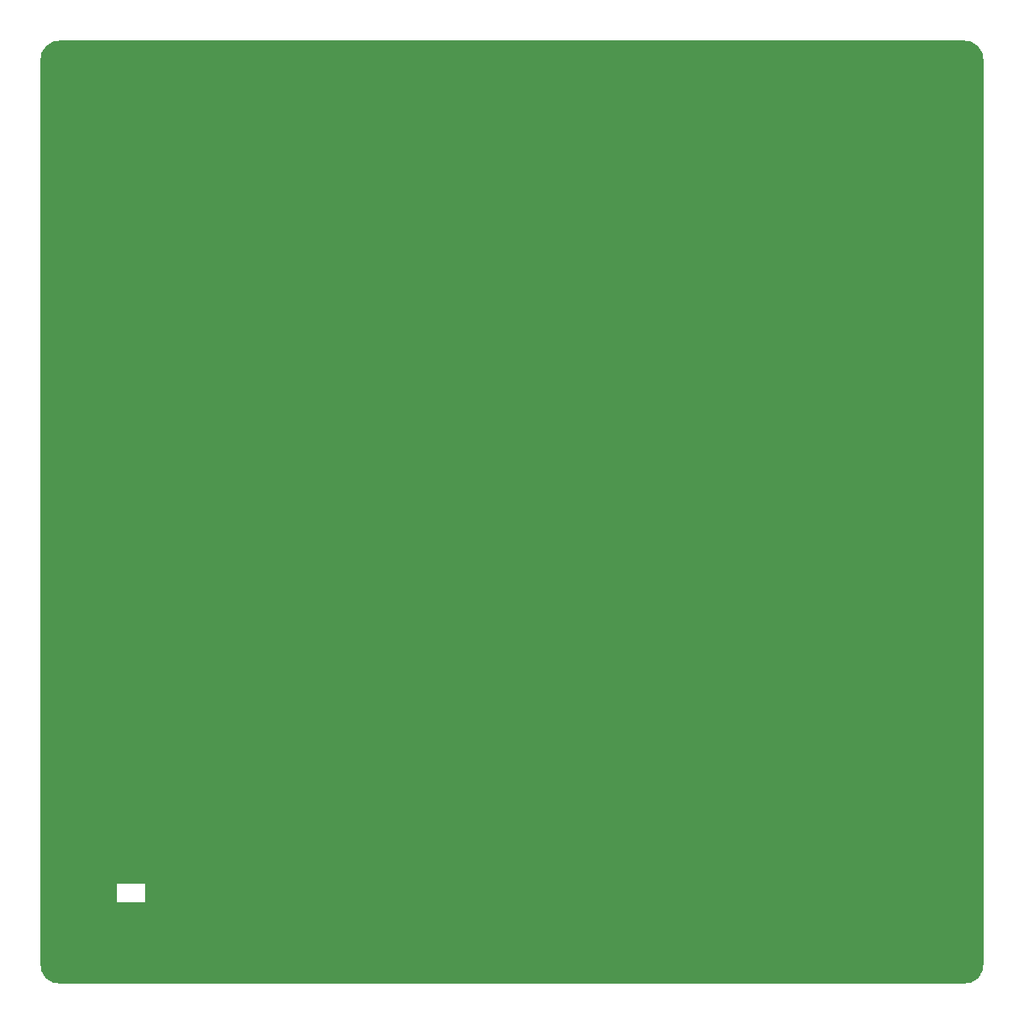
<source format=gbr>
%TF.GenerationSoftware,KiCad,Pcbnew,6.0.1-79c1e3a40b~116~ubuntu20.04.1*%
%TF.CreationDate,2022-01-27T21:08:30+01:00*%
%TF.ProjectId,base,62617365-2e6b-4696-9361-645f70636258,1*%
%TF.SameCoordinates,Original*%
%TF.FileFunction,Soldermask,Bot*%
%TF.FilePolarity,Negative*%
%FSLAX46Y46*%
G04 Gerber Fmt 4.6, Leading zero omitted, Abs format (unit mm)*
G04 Created by KiCad (PCBNEW 6.0.1-79c1e3a40b~116~ubuntu20.04.1) date 2022-01-27 21:08:30*
%MOMM*%
%LPD*%
G01*
G04 APERTURE LIST*
%ADD10C,3.400000*%
G04 APERTURE END LIST*
D10*
%TO.C,REF\u002A\u002A*%
X124000000Y-129000000D03*
%TD*%
%TO.C,REF\u002A\u002A*%
X154000000Y-134000000D03*
%TD*%
%TO.C,REF\u002A\u002A*%
X104000000Y-99000000D03*
%TD*%
%TO.C,REF\u002A\u002A*%
X169000000Y-74000000D03*
%TD*%
%TO.C,REF\u002A\u002A*%
X99000000Y-64000000D03*
%TD*%
%TO.C,REF\u002A\u002A*%
X104000000Y-144000000D03*
%TD*%
%TO.C,REF\u002A\u002A*%
X144000000Y-84000000D03*
%TD*%
%TO.C,REF\u002A\u002A*%
X134000000Y-84000000D03*
%TD*%
%TO.C,REF\u002A\u002A*%
X154000000Y-84000000D03*
%TD*%
%TO.C,REF\u002A\u002A*%
X179000000Y-134000000D03*
%TD*%
%TO.C,REF\u002A\u002A*%
X194000000Y-144000000D03*
%TD*%
%TO.C,REF\u002A\u002A*%
X169000000Y-54000000D03*
%TD*%
%TO.C,REF\u002A\u002A*%
X119000000Y-114000000D03*
%TD*%
%TO.C,REF\u002A\u002A*%
X99000000Y-124000000D03*
%TD*%
%TO.C,REF\u002A\u002A*%
X189000000Y-64000000D03*
%TD*%
%TO.C,REF\u002A\u002A*%
X134000000Y-79000000D03*
%TD*%
%TO.C,REF\u002A\u002A*%
X184000000Y-104000000D03*
%TD*%
%TO.C,REF\u002A\u002A*%
X99000000Y-144000000D03*
%TD*%
%TO.C,REF\u002A\u002A*%
X99000000Y-74000000D03*
%TD*%
%TO.C,REF\u002A\u002A*%
X144000000Y-59000000D03*
%TD*%
%TO.C,REF\u002A\u002A*%
X194000000Y-124000000D03*
%TD*%
%TO.C,REF\u002A\u002A*%
X184000000Y-99000000D03*
%TD*%
%TO.C,REF\u002A\u002A*%
X124000000Y-59000000D03*
%TD*%
%TO.C,REF\u002A\u002A*%
X149000000Y-54000000D03*
%TD*%
%TO.C,REF\u002A\u002A*%
X139000000Y-94000000D03*
%TD*%
%TO.C,REF\u002A\u002A*%
X129000000Y-89000000D03*
%TD*%
%TO.C,REF\u002A\u002A*%
X179000000Y-99000000D03*
%TD*%
%TO.C,REF\u002A\u002A*%
X104000000Y-94000000D03*
%TD*%
%TO.C,REF\u002A\u002A*%
X189000000Y-124000000D03*
%TD*%
%TO.C,REF\u002A\u002A*%
X174000000Y-144000000D03*
%TD*%
%TO.C,REF\u002A\u002A*%
X159000000Y-84000000D03*
%TD*%
%TO.C,REF\u002A\u002A*%
X149000000Y-49000000D03*
%TD*%
%TO.C,REF\u002A\u002A*%
X144000000Y-119000000D03*
%TD*%
%TO.C,REF\u002A\u002A*%
X184000000Y-139000000D03*
%TD*%
%TO.C,REF\u002A\u002A*%
X164000000Y-104000000D03*
%TD*%
%TO.C,REF\u002A\u002A*%
X99000000Y-49000000D03*
%TD*%
%TO.C,REF\u002A\u002A*%
X109000000Y-89000000D03*
%TD*%
%TO.C,REF\u002A\u002A*%
X189000000Y-89000000D03*
%TD*%
%TO.C,REF\u002A\u002A*%
X164000000Y-94000000D03*
%TD*%
%TO.C,REF\u002A\u002A*%
X154000000Y-109000000D03*
%TD*%
%TO.C,REF\u002A\u002A*%
X134000000Y-89000000D03*
%TD*%
%TO.C,REF\u002A\u002A*%
X144000000Y-74000000D03*
%TD*%
%TO.C,REF\u002A\u002A*%
X144000000Y-54000000D03*
%TD*%
%TO.C,REF\u002A\u002A*%
X114000000Y-129000000D03*
%TD*%
%TO.C,REF\u002A\u002A*%
X124000000Y-134000000D03*
%TD*%
%TO.C,REF\u002A\u002A*%
X139000000Y-134000000D03*
%TD*%
%TO.C,REF\u002A\u002A*%
X169000000Y-124000000D03*
%TD*%
%TO.C,REF\u002A\u002A*%
X134000000Y-114000000D03*
%TD*%
%TO.C,REF\u002A\u002A*%
X99000000Y-129000000D03*
%TD*%
%TO.C,REF\u002A\u002A*%
X139000000Y-129000000D03*
%TD*%
%TO.C,REF\u002A\u002A*%
X104000000Y-79000000D03*
%TD*%
%TO.C,REF\u002A\u002A*%
X189000000Y-74000000D03*
%TD*%
%TO.C,REF\u002A\u002A*%
X189000000Y-139000000D03*
%TD*%
%TO.C,REF\u002A\u002A*%
X104000000Y-74000000D03*
%TD*%
%TO.C,REF\u002A\u002A*%
X109000000Y-64000000D03*
%TD*%
%TO.C,REF\u002A\u002A*%
X184000000Y-79000000D03*
%TD*%
%TO.C,REF\u002A\u002A*%
X99000000Y-54000000D03*
%TD*%
%TO.C,REF\u002A\u002A*%
X124000000Y-124000000D03*
%TD*%
%TO.C,REF\u002A\u002A*%
X104000000Y-69000000D03*
%TD*%
%TO.C,REF\u002A\u002A*%
X179000000Y-94000000D03*
%TD*%
%TO.C,REF\u002A\u002A*%
X174000000Y-134000000D03*
%TD*%
%TO.C,REF\u002A\u002A*%
X154000000Y-79000000D03*
%TD*%
%TO.C,REF\u002A\u002A*%
X194000000Y-64000000D03*
%TD*%
%TO.C,REF\u002A\u002A*%
X174000000Y-129000000D03*
%TD*%
%TO.C,REF\u002A\u002A*%
X184000000Y-69000000D03*
%TD*%
%TO.C,REF\u002A\u002A*%
X109000000Y-49000000D03*
%TD*%
%TO.C,REF\u002A\u002A*%
X134000000Y-74000000D03*
%TD*%
%TO.C,REF\u002A\u002A*%
X134000000Y-109000000D03*
%TD*%
%TO.C,REF\u002A\u002A*%
X124000000Y-99000000D03*
%TD*%
%TO.C,REF\u002A\u002A*%
X134000000Y-129000000D03*
%TD*%
%TO.C,REF\u002A\u002A*%
X119000000Y-59000000D03*
%TD*%
%TO.C,REF\u002A\u002A*%
X129000000Y-129000000D03*
%TD*%
%TO.C,REF\u002A\u002A*%
X149000000Y-119000000D03*
%TD*%
%TO.C,REF\u002A\u002A*%
X184000000Y-94000000D03*
%TD*%
%TO.C,REF\u002A\u002A*%
X124000000Y-104000000D03*
%TD*%
%TO.C,REF\u002A\u002A*%
X144000000Y-94000000D03*
%TD*%
%TO.C,REF\u002A\u002A*%
X154000000Y-119000000D03*
%TD*%
%TO.C,REF\u002A\u002A*%
X134000000Y-54000000D03*
%TD*%
%TO.C,REF\u002A\u002A*%
X144000000Y-124000000D03*
%TD*%
%TO.C,REF\u002A\u002A*%
X139000000Y-54000000D03*
%TD*%
%TO.C,REF\u002A\u002A*%
X139000000Y-99000000D03*
%TD*%
%TO.C,REF\u002A\u002A*%
X104000000Y-119000000D03*
%TD*%
%TO.C,REF\u002A\u002A*%
X154000000Y-69000000D03*
%TD*%
%TO.C,REF\u002A\u002A*%
X159000000Y-64000000D03*
%TD*%
%TO.C,REF\u002A\u002A*%
X124000000Y-79000000D03*
%TD*%
%TO.C,REF\u002A\u002A*%
X104000000Y-84000000D03*
%TD*%
%TO.C,REF\u002A\u002A*%
X194000000Y-84000000D03*
%TD*%
%TO.C,REF\u002A\u002A*%
X189000000Y-119000000D03*
%TD*%
%TO.C,REF\u002A\u002A*%
X129000000Y-119000000D03*
%TD*%
%TO.C,REF\u002A\u002A*%
X109000000Y-129000000D03*
%TD*%
%TO.C,REF\u002A\u002A*%
X139000000Y-84000000D03*
%TD*%
%TO.C,REF\u002A\u002A*%
X174000000Y-69000000D03*
%TD*%
%TO.C,REF\u002A\u002A*%
X164000000Y-59000000D03*
%TD*%
%TO.C,REF\u002A\u002A*%
X149000000Y-144000000D03*
%TD*%
%TO.C,REF\u002A\u002A*%
X109000000Y-69000000D03*
%TD*%
%TO.C,REF\u002A\u002A*%
X149000000Y-124000000D03*
%TD*%
%TO.C,REF\u002A\u002A*%
X184000000Y-109000000D03*
%TD*%
%TO.C,REF\u002A\u002A*%
X189000000Y-144000000D03*
%TD*%
%TO.C,REF\u002A\u002A*%
X184000000Y-49000000D03*
%TD*%
%TO.C,REF\u002A\u002A*%
X194000000Y-74000000D03*
%TD*%
%TO.C,REF\u002A\u002A*%
X134000000Y-119000000D03*
%TD*%
%TO.C,REF\u002A\u002A*%
X149000000Y-79000000D03*
%TD*%
%TO.C,REF\u002A\u002A*%
X179000000Y-104000000D03*
%TD*%
%TO.C,REF\u002A\u002A*%
X174000000Y-139000000D03*
%TD*%
%TO.C,REF\u002A\u002A*%
X189000000Y-94000000D03*
%TD*%
%TO.C,REF\u002A\u002A*%
X184000000Y-64000000D03*
%TD*%
%TO.C,REF\u002A\u002A*%
X194000000Y-109000000D03*
%TD*%
%TO.C,REF\u002A\u002A*%
X119000000Y-99000000D03*
%TD*%
%TO.C,REF\u002A\u002A*%
X159000000Y-129000000D03*
%TD*%
%TO.C,REF\u002A\u002A*%
X184000000Y-84000000D03*
%TD*%
%TO.C,REF\u002A\u002A*%
X189000000Y-134000000D03*
%TD*%
%TO.C,REF\u002A\u002A*%
X144000000Y-114000000D03*
%TD*%
%TO.C,REF\u002A\u002A*%
X174000000Y-64000000D03*
%TD*%
%TO.C,REF\u002A\u002A*%
X144000000Y-64000000D03*
%TD*%
%TO.C,REF\u002A\u002A*%
X164000000Y-114000000D03*
%TD*%
%TO.C,REF\u002A\u002A*%
X114000000Y-104000000D03*
%TD*%
%TO.C,REF\u002A\u002A*%
X189000000Y-99000000D03*
%TD*%
%TO.C,REF\u002A\u002A*%
X159000000Y-59000000D03*
%TD*%
%TO.C,REF\u002A\u002A*%
X139000000Y-89000000D03*
%TD*%
%TO.C,REF\u002A\u002A*%
X104000000Y-124000000D03*
%TD*%
%TO.C,REF\u002A\u002A*%
X99000000Y-139000000D03*
%TD*%
%TO.C,REF\u002A\u002A*%
X104000000Y-49000000D03*
%TD*%
%TO.C,REF\u002A\u002A*%
X149000000Y-89000000D03*
%TD*%
%TO.C,REF\u002A\u002A*%
X159000000Y-124000000D03*
%TD*%
%TO.C,REF\u002A\u002A*%
X139000000Y-139000000D03*
%TD*%
%TO.C,REF\u002A\u002A*%
X169000000Y-89000000D03*
%TD*%
%TO.C,REF\u002A\u002A*%
X159000000Y-139000000D03*
%TD*%
%TO.C,REF\u002A\u002A*%
X124000000Y-109000000D03*
%TD*%
%TO.C,REF\u002A\u002A*%
X134000000Y-69000000D03*
%TD*%
%TO.C,REF\u002A\u002A*%
X109000000Y-94000000D03*
%TD*%
%TO.C,REF\u002A\u002A*%
X169000000Y-109000000D03*
%TD*%
%TO.C,REF\u002A\u002A*%
X129000000Y-64000000D03*
%TD*%
%TO.C,REF\u002A\u002A*%
X139000000Y-144000000D03*
%TD*%
%TO.C,REF\u002A\u002A*%
X129000000Y-109000000D03*
%TD*%
%TO.C,REF\u002A\u002A*%
X99000000Y-89000000D03*
%TD*%
%TO.C,REF\u002A\u002A*%
X119000000Y-124000000D03*
%TD*%
%TO.C,REF\u002A\u002A*%
X149000000Y-134000000D03*
%TD*%
%TO.C,REF\u002A\u002A*%
X179000000Y-109000000D03*
%TD*%
%TO.C,REF\u002A\u002A*%
X169000000Y-144000000D03*
%TD*%
%TO.C,REF\u002A\u002A*%
X184000000Y-124000000D03*
%TD*%
%TO.C,REF\u002A\u002A*%
X144000000Y-144000000D03*
%TD*%
%TO.C,REF\u002A\u002A*%
X149000000Y-69000000D03*
%TD*%
%TO.C,REF\u002A\u002A*%
X174000000Y-59000000D03*
%TD*%
%TO.C,REF\u002A\u002A*%
X169000000Y-99000000D03*
%TD*%
%TO.C,REF\u002A\u002A*%
X119000000Y-129000000D03*
%TD*%
%TO.C,REF\u002A\u002A*%
X119000000Y-94000000D03*
%TD*%
%TO.C,REF\u002A\u002A*%
X149000000Y-84000000D03*
%TD*%
%TO.C,REF\u002A\u002A*%
X139000000Y-59000000D03*
%TD*%
%TO.C,REF\u002A\u002A*%
X179000000Y-49000000D03*
%TD*%
%TO.C,REF\u002A\u002A*%
X184000000Y-129000000D03*
%TD*%
%TO.C,REF\u002A\u002A*%
X144000000Y-79000000D03*
%TD*%
%TO.C,REF\u002A\u002A*%
X119000000Y-144000000D03*
%TD*%
%TO.C,REF\u002A\u002A*%
X124000000Y-89000000D03*
%TD*%
%TO.C,REF\u002A\u002A*%
X154000000Y-49000000D03*
%TD*%
%TO.C,REF\u002A\u002A*%
X154000000Y-99000000D03*
%TD*%
%TO.C,REF\u002A\u002A*%
X144000000Y-139000000D03*
%TD*%
%TO.C,REF\u002A\u002A*%
X164000000Y-69000000D03*
%TD*%
%TO.C,REF\u002A\u002A*%
X119000000Y-49000000D03*
%TD*%
%TO.C,REF\u002A\u002A*%
X124000000Y-74000000D03*
%TD*%
%TO.C,REF\u002A\u002A*%
X154000000Y-139000000D03*
%TD*%
%TO.C,REF\u002A\u002A*%
X194000000Y-104000000D03*
%TD*%
%TO.C,REF\u002A\u002A*%
X114000000Y-109000000D03*
%TD*%
%TO.C,REF\u002A\u002A*%
X109000000Y-124000000D03*
%TD*%
%TO.C,REF\u002A\u002A*%
X109000000Y-104000000D03*
%TD*%
%TO.C,REF\u002A\u002A*%
X154000000Y-59000000D03*
%TD*%
%TO.C,REF\u002A\u002A*%
X119000000Y-109000000D03*
%TD*%
%TO.C,REF\u002A\u002A*%
X184000000Y-89000000D03*
%TD*%
%TO.C,REF\u002A\u002A*%
X159000000Y-94000000D03*
%TD*%
%TO.C,REF\u002A\u002A*%
X189000000Y-79000000D03*
%TD*%
%TO.C,REF\u002A\u002A*%
X114000000Y-134000000D03*
%TD*%
%TO.C,REF\u002A\u002A*%
X169000000Y-134000000D03*
%TD*%
%TO.C,REF\u002A\u002A*%
X139000000Y-124000000D03*
%TD*%
%TO.C,REF\u002A\u002A*%
X114000000Y-74000000D03*
%TD*%
%TO.C,REF\u002A\u002A*%
X119000000Y-84000000D03*
%TD*%
%TO.C,REF\u002A\u002A*%
X179000000Y-129000000D03*
%TD*%
%TO.C,REF\u002A\u002A*%
X99000000Y-84000000D03*
%TD*%
%TO.C,REF\u002A\u002A*%
X194000000Y-99000000D03*
%TD*%
%TO.C,REF\u002A\u002A*%
X174000000Y-119000000D03*
%TD*%
%TO.C,REF\u002A\u002A*%
X189000000Y-49000000D03*
%TD*%
%TO.C,REF\u002A\u002A*%
X169000000Y-69000000D03*
%TD*%
%TO.C,REF\u002A\u002A*%
X164000000Y-89000000D03*
%TD*%
%TO.C,REF\u002A\u002A*%
X184000000Y-74000000D03*
%TD*%
%TO.C,REF\u002A\u002A*%
X139000000Y-114000000D03*
%TD*%
%TO.C,REF\u002A\u002A*%
X149000000Y-104000000D03*
%TD*%
%TO.C,REF\u002A\u002A*%
X169000000Y-114000000D03*
%TD*%
%TO.C,REF\u002A\u002A*%
X109000000Y-79000000D03*
%TD*%
%TO.C,REF\u002A\u002A*%
X159000000Y-144000000D03*
%TD*%
%TO.C,REF\u002A\u002A*%
X159000000Y-119000000D03*
%TD*%
%TO.C,REF\u002A\u002A*%
X194000000Y-119000000D03*
%TD*%
%TO.C,REF\u002A\u002A*%
X109000000Y-144000000D03*
%TD*%
%TO.C,REF\u002A\u002A*%
X99000000Y-119000000D03*
%TD*%
%TO.C,REF\u002A\u002A*%
X164000000Y-99000000D03*
%TD*%
%TO.C,REF\u002A\u002A*%
X119000000Y-74000000D03*
%TD*%
%TO.C,REF\u002A\u002A*%
X179000000Y-69000000D03*
%TD*%
%TO.C,REF\u002A\u002A*%
X174000000Y-94000000D03*
%TD*%
%TO.C,REF\u002A\u002A*%
X164000000Y-119000000D03*
%TD*%
%TO.C,REF\u002A\u002A*%
X159000000Y-69000000D03*
%TD*%
%TO.C,REF\u002A\u002A*%
X134000000Y-99000000D03*
%TD*%
%TO.C,REF\u002A\u002A*%
X114000000Y-119000000D03*
%TD*%
%TO.C,REF\u002A\u002A*%
X114000000Y-124000000D03*
%TD*%
%TO.C,REF\u002A\u002A*%
X169000000Y-64000000D03*
%TD*%
%TO.C,REF\u002A\u002A*%
X174000000Y-84000000D03*
%TD*%
%TO.C,REF\u002A\u002A*%
X164000000Y-64000000D03*
%TD*%
%TO.C,REF\u002A\u002A*%
X104000000Y-104000000D03*
%TD*%
%TO.C,REF\u002A\u002A*%
X194000000Y-94000000D03*
%TD*%
%TO.C,REF\u002A\u002A*%
X184000000Y-54000000D03*
%TD*%
%TO.C,REF\u002A\u002A*%
X99000000Y-134000000D03*
%TD*%
%TO.C,REF\u002A\u002A*%
X174000000Y-104000000D03*
%TD*%
%TO.C,REF\u002A\u002A*%
X194000000Y-69000000D03*
%TD*%
%TO.C,REF\u002A\u002A*%
X114000000Y-59000000D03*
%TD*%
%TO.C,REF\u002A\u002A*%
X164000000Y-54000000D03*
%TD*%
%TO.C,REF\u002A\u002A*%
X174000000Y-54000000D03*
%TD*%
%TO.C,REF\u002A\u002A*%
X109000000Y-74000000D03*
%TD*%
%TO.C,REF\u002A\u002A*%
X159000000Y-104000000D03*
%TD*%
%TO.C,REF\u002A\u002A*%
X109000000Y-114000000D03*
%TD*%
%TO.C,REF\u002A\u002A*%
X109000000Y-59000000D03*
%TD*%
%TO.C,REF\u002A\u002A*%
X184000000Y-134000000D03*
%TD*%
%TO.C,REF\u002A\u002A*%
X134000000Y-49000000D03*
%TD*%
%TO.C,REF\u002A\u002A*%
X149000000Y-74000000D03*
%TD*%
%TO.C,REF\u002A\u002A*%
X124000000Y-94000000D03*
%TD*%
%TO.C,REF\u002A\u002A*%
X119000000Y-134000000D03*
%TD*%
%TO.C,REF\u002A\u002A*%
X149000000Y-139000000D03*
%TD*%
%TO.C,REF\u002A\u002A*%
X179000000Y-79000000D03*
%TD*%
%TO.C,REF\u002A\u002A*%
X179000000Y-54000000D03*
%TD*%
%TO.C,REF\u002A\u002A*%
X194000000Y-54000000D03*
%TD*%
%TO.C,REF\u002A\u002A*%
X129000000Y-74000000D03*
%TD*%
%TO.C,REF\u002A\u002A*%
X189000000Y-104000000D03*
%TD*%
%TO.C,REF\u002A\u002A*%
X159000000Y-79000000D03*
%TD*%
%TO.C,REF\u002A\u002A*%
X164000000Y-124000000D03*
%TD*%
%TO.C,REF\u002A\u002A*%
X194000000Y-134000000D03*
%TD*%
%TO.C,REF\u002A\u002A*%
X179000000Y-119000000D03*
%TD*%
%TO.C,REF\u002A\u002A*%
X169000000Y-94000000D03*
%TD*%
%TO.C,REF\u002A\u002A*%
X104000000Y-54000000D03*
%TD*%
%TO.C,REF\u002A\u002A*%
X134000000Y-94000000D03*
%TD*%
%TO.C,REF\u002A\u002A*%
X159000000Y-109000000D03*
%TD*%
%TO.C,REF\u002A\u002A*%
X124000000Y-84000000D03*
%TD*%
%TO.C,REF\u002A\u002A*%
X119000000Y-104000000D03*
%TD*%
%TO.C,REF\u002A\u002A*%
X114000000Y-89000000D03*
%TD*%
%TO.C,REF\u002A\u002A*%
X144000000Y-89000000D03*
%TD*%
%TO.C,REF\u002A\u002A*%
X134000000Y-59000000D03*
%TD*%
%TO.C,REF\u002A\u002A*%
X184000000Y-114000000D03*
%TD*%
%TO.C,REF\u002A\u002A*%
X174000000Y-79000000D03*
%TD*%
%TO.C,REF\u002A\u002A*%
X179000000Y-124000000D03*
%TD*%
%TO.C,REF\u002A\u002A*%
X144000000Y-69000000D03*
%TD*%
%TO.C,REF\u002A\u002A*%
X144000000Y-134000000D03*
%TD*%
%TO.C,REF\u002A\u002A*%
X159000000Y-114000000D03*
%TD*%
%TO.C,REF\u002A\u002A*%
X174000000Y-124000000D03*
%TD*%
%TO.C,REF\u002A\u002A*%
X134000000Y-124000000D03*
%TD*%
%TO.C,REF\u002A\u002A*%
X184000000Y-144000000D03*
%TD*%
%TO.C,REF\u002A\u002A*%
X194000000Y-114000000D03*
%TD*%
%TO.C,REF\u002A\u002A*%
X119000000Y-89000000D03*
%TD*%
%TO.C,REF\u002A\u002A*%
X169000000Y-104000000D03*
%TD*%
%TO.C,REF\u002A\u002A*%
X124000000Y-54000000D03*
%TD*%
%TO.C,REF\u002A\u002A*%
X154000000Y-104000000D03*
%TD*%
%TO.C,REF\u002A\u002A*%
X179000000Y-114000000D03*
%TD*%
%TO.C,REF\u002A\u002A*%
X124000000Y-69000000D03*
%TD*%
%TO.C,REF\u002A\u002A*%
X129000000Y-59000000D03*
%TD*%
%TO.C,REF\u002A\u002A*%
X194000000Y-129000000D03*
%TD*%
%TO.C,REF\u002A\u002A*%
X119000000Y-139000000D03*
%TD*%
%TO.C,REF\u002A\u002A*%
X154000000Y-129000000D03*
%TD*%
%TO.C,REF\u002A\u002A*%
X194000000Y-89000000D03*
%TD*%
%TO.C,REF\u002A\u002A*%
X114000000Y-54000000D03*
%TD*%
%TO.C,REF\u002A\u002A*%
X174000000Y-74000000D03*
%TD*%
%TO.C,REF\u002A\u002A*%
X119000000Y-119000000D03*
%TD*%
%TO.C,REF\u002A\u002A*%
X174000000Y-109000000D03*
%TD*%
%TO.C,REF\u002A\u002A*%
X104000000Y-64000000D03*
%TD*%
%TO.C,REF\u002A\u002A*%
X104000000Y-129000000D03*
%TD*%
%TO.C,REF\u002A\u002A*%
X119000000Y-79000000D03*
%TD*%
%TO.C,REF\u002A\u002A*%
X194000000Y-59000000D03*
%TD*%
%TO.C,REF\u002A\u002A*%
X159000000Y-89000000D03*
%TD*%
%TO.C,REF\u002A\u002A*%
X154000000Y-114000000D03*
%TD*%
%TO.C,REF\u002A\u002A*%
X169000000Y-129000000D03*
%TD*%
%TO.C,REF\u002A\u002A*%
X159000000Y-99000000D03*
%TD*%
%TO.C,REF\u002A\u002A*%
X114000000Y-49000000D03*
%TD*%
%TO.C,REF\u002A\u002A*%
X174000000Y-49000000D03*
%TD*%
%TO.C,REF\u002A\u002A*%
X154000000Y-94000000D03*
%TD*%
%TO.C,REF\u002A\u002A*%
X169000000Y-119000000D03*
%TD*%
%TO.C,REF\u002A\u002A*%
X194000000Y-49000000D03*
%TD*%
%TO.C,REF\u002A\u002A*%
X129000000Y-54000000D03*
%TD*%
%TO.C,REF\u002A\u002A*%
X184000000Y-59000000D03*
%TD*%
%TO.C,REF\u002A\u002A*%
X179000000Y-74000000D03*
%TD*%
%TO.C,REF\u002A\u002A*%
X99000000Y-79000000D03*
%TD*%
%TO.C,REF\u002A\u002A*%
X114000000Y-139000000D03*
%TD*%
%TO.C,REF\u002A\u002A*%
X189000000Y-109000000D03*
%TD*%
%TO.C,REF\u002A\u002A*%
X114000000Y-84000000D03*
%TD*%
%TO.C,REF\u002A\u002A*%
X109000000Y-119000000D03*
%TD*%
%TO.C,REF\u002A\u002A*%
X104000000Y-109000000D03*
%TD*%
%TO.C,REF\u002A\u002A*%
X159000000Y-74000000D03*
%TD*%
%TO.C,REF\u002A\u002A*%
X129000000Y-114000000D03*
%TD*%
%TO.C,REF\u002A\u002A*%
X169000000Y-84000000D03*
%TD*%
%TO.C,REF\u002A\u002A*%
X174000000Y-99000000D03*
%TD*%
%TO.C,REF\u002A\u002A*%
X99000000Y-94000000D03*
%TD*%
%TO.C,REF\u002A\u002A*%
X154000000Y-144000000D03*
%TD*%
%TO.C,REF\u002A\u002A*%
X124000000Y-64000000D03*
%TD*%
%TO.C,REF\u002A\u002A*%
X144000000Y-109000000D03*
%TD*%
%TO.C,REF\u002A\u002A*%
X134000000Y-139000000D03*
%TD*%
%TO.C,REF\u002A\u002A*%
X129000000Y-104000000D03*
%TD*%
%TO.C,REF\u002A\u002A*%
X149000000Y-99000000D03*
%TD*%
%TO.C,REF\u002A\u002A*%
X119000000Y-64000000D03*
%TD*%
%TO.C,REF\u002A\u002A*%
X149000000Y-109000000D03*
%TD*%
%TO.C,REF\u002A\u002A*%
X169000000Y-59000000D03*
%TD*%
%TO.C,REF\u002A\u002A*%
X154000000Y-124000000D03*
%TD*%
%TO.C,REF\u002A\u002A*%
X99000000Y-99000000D03*
%TD*%
%TO.C,REF\u002A\u002A*%
X114000000Y-114000000D03*
%TD*%
%TO.C,REF\u002A\u002A*%
X114000000Y-144000000D03*
%TD*%
%TO.C,REF\u002A\u002A*%
X139000000Y-119000000D03*
%TD*%
%TO.C,REF\u002A\u002A*%
X129000000Y-49000000D03*
%TD*%
%TO.C,REF\u002A\u002A*%
X129000000Y-124000000D03*
%TD*%
%TO.C,REF\u002A\u002A*%
X134000000Y-104000000D03*
%TD*%
%TO.C,REF\u002A\u002A*%
X129000000Y-99000000D03*
%TD*%
%TO.C,REF\u002A\u002A*%
X129000000Y-94000000D03*
%TD*%
%TO.C,REF\u002A\u002A*%
X179000000Y-139000000D03*
%TD*%
%TO.C,REF\u002A\u002A*%
X99000000Y-69000000D03*
%TD*%
%TO.C,REF\u002A\u002A*%
X149000000Y-64000000D03*
%TD*%
%TO.C,REF\u002A\u002A*%
X164000000Y-129000000D03*
%TD*%
%TO.C,REF\u002A\u002A*%
X164000000Y-84000000D03*
%TD*%
%TO.C,REF\u002A\u002A*%
X149000000Y-59000000D03*
%TD*%
%TO.C,REF\u002A\u002A*%
X109000000Y-109000000D03*
%TD*%
%TO.C,REF\u002A\u002A*%
X189000000Y-54000000D03*
%TD*%
%TO.C,REF\u002A\u002A*%
X164000000Y-49000000D03*
%TD*%
%TO.C,REF\u002A\u002A*%
X174000000Y-114000000D03*
%TD*%
%TO.C,REF\u002A\u002A*%
X99000000Y-59000000D03*
%TD*%
%TO.C,REF\u002A\u002A*%
X124000000Y-49000000D03*
%TD*%
%TO.C,REF\u002A\u002A*%
X134000000Y-134000000D03*
%TD*%
%TO.C,REF\u002A\u002A*%
X149000000Y-114000000D03*
%TD*%
%TO.C,REF\u002A\u002A*%
X139000000Y-104000000D03*
%TD*%
%TO.C,REF\u002A\u002A*%
X114000000Y-99000000D03*
%TD*%
%TO.C,REF\u002A\u002A*%
X139000000Y-79000000D03*
%TD*%
%TO.C,REF\u002A\u002A*%
X99000000Y-109000000D03*
%TD*%
%TO.C,REF\u002A\u002A*%
X164000000Y-144000000D03*
%TD*%
%TO.C,REF\u002A\u002A*%
X154000000Y-54000000D03*
%TD*%
%TO.C,REF\u002A\u002A*%
X144000000Y-99000000D03*
%TD*%
%TO.C,REF\u002A\u002A*%
X154000000Y-64000000D03*
%TD*%
%TO.C,REF\u002A\u002A*%
X139000000Y-74000000D03*
%TD*%
%TO.C,REF\u002A\u002A*%
X124000000Y-139000000D03*
%TD*%
%TO.C,REF\u002A\u002A*%
X134000000Y-144000000D03*
%TD*%
%TO.C,REF\u002A\u002A*%
X124000000Y-114000000D03*
%TD*%
%TO.C,REF\u002A\u002A*%
X129000000Y-69000000D03*
%TD*%
%TO.C,REF\u002A\u002A*%
X114000000Y-94000000D03*
%TD*%
%TO.C,REF\u002A\u002A*%
X104000000Y-59000000D03*
%TD*%
%TO.C,REF\u002A\u002A*%
X119000000Y-54000000D03*
%TD*%
%TO.C,REF\u002A\u002A*%
X129000000Y-144000000D03*
%TD*%
%TO.C,REF\u002A\u002A*%
X169000000Y-139000000D03*
%TD*%
%TO.C,REF\u002A\u002A*%
X129000000Y-134000000D03*
%TD*%
%TO.C,REF\u002A\u002A*%
X99000000Y-104000000D03*
%TD*%
%TO.C,REF\u002A\u002A*%
X179000000Y-89000000D03*
%TD*%
%TO.C,REF\u002A\u002A*%
X104000000Y-114000000D03*
%TD*%
%TO.C,REF\u002A\u002A*%
X159000000Y-134000000D03*
%TD*%
%TO.C,REF\u002A\u002A*%
X104000000Y-89000000D03*
%TD*%
%TO.C,REF\u002A\u002A*%
X164000000Y-79000000D03*
%TD*%
%TO.C,REF\u002A\u002A*%
X109000000Y-99000000D03*
%TD*%
%TO.C,REF\u002A\u002A*%
X144000000Y-104000000D03*
%TD*%
%TO.C,REF\u002A\u002A*%
X164000000Y-109000000D03*
%TD*%
%TO.C,REF\u002A\u002A*%
X129000000Y-79000000D03*
%TD*%
%TO.C,REF\u002A\u002A*%
X114000000Y-69000000D03*
%TD*%
%TO.C,REF\u002A\u002A*%
X169000000Y-79000000D03*
%TD*%
%TO.C,REF\u002A\u002A*%
X139000000Y-64000000D03*
%TD*%
%TO.C,REF\u002A\u002A*%
X139000000Y-69000000D03*
%TD*%
%TO.C,REF\u002A\u002A*%
X164000000Y-139000000D03*
%TD*%
%TO.C,REF\u002A\u002A*%
X154000000Y-74000000D03*
%TD*%
%TO.C,REF\u002A\u002A*%
X189000000Y-59000000D03*
%TD*%
%TO.C,REF\u002A\u002A*%
X164000000Y-134000000D03*
%TD*%
%TO.C,REF\u002A\u002A*%
X149000000Y-94000000D03*
%TD*%
%TO.C,REF\u002A\u002A*%
X109000000Y-54000000D03*
%TD*%
%TO.C,REF\u002A\u002A*%
X144000000Y-129000000D03*
%TD*%
%TO.C,REF\u002A\u002A*%
X189000000Y-84000000D03*
%TD*%
%TO.C,REF\u002A\u002A*%
X184000000Y-119000000D03*
%TD*%
%TO.C,REF\u002A\u002A*%
X159000000Y-49000000D03*
%TD*%
%TO.C,REF\u002A\u002A*%
X174000000Y-89000000D03*
%TD*%
%TO.C,REF\u002A\u002A*%
X124000000Y-119000000D03*
%TD*%
%TO.C,REF\u002A\u002A*%
X179000000Y-144000000D03*
%TD*%
%TO.C,REF\u002A\u002A*%
X189000000Y-114000000D03*
%TD*%
%TO.C,REF\u002A\u002A*%
X134000000Y-64000000D03*
%TD*%
%TO.C,REF\u002A\u002A*%
X179000000Y-59000000D03*
%TD*%
%TO.C,REF\u002A\u002A*%
X114000000Y-64000000D03*
%TD*%
%TO.C,REF\u002A\u002A*%
X119000000Y-69000000D03*
%TD*%
%TO.C,REF\u002A\u002A*%
X149000000Y-129000000D03*
%TD*%
%TO.C,REF\u002A\u002A*%
X109000000Y-84000000D03*
%TD*%
%TO.C,REF\u002A\u002A*%
X139000000Y-109000000D03*
%TD*%
%TO.C,REF\u002A\u002A*%
X194000000Y-139000000D03*
%TD*%
%TO.C,REF\u002A\u002A*%
X114000000Y-79000000D03*
%TD*%
%TO.C,REF\u002A\u002A*%
X139000000Y-49000000D03*
%TD*%
%TO.C,REF\u002A\u002A*%
X164000000Y-74000000D03*
%TD*%
%TO.C,REF\u002A\u002A*%
X99000000Y-114000000D03*
%TD*%
%TO.C,REF\u002A\u002A*%
X189000000Y-69000000D03*
%TD*%
%TO.C,REF\u002A\u002A*%
X189000000Y-129000000D03*
%TD*%
%TO.C,REF\u002A\u002A*%
X129000000Y-84000000D03*
%TD*%
%TO.C,REF\u002A\u002A*%
X169000000Y-49000000D03*
%TD*%
%TO.C,REF\u002A\u002A*%
X154000000Y-89000000D03*
%TD*%
%TO.C,REF\u002A\u002A*%
X194000000Y-79000000D03*
%TD*%
%TO.C,REF\u002A\u002A*%
X129000000Y-139000000D03*
%TD*%
%TO.C,REF\u002A\u002A*%
X124000000Y-144000000D03*
%TD*%
%TO.C,REF\u002A\u002A*%
X144000000Y-49000000D03*
%TD*%
%TO.C,REF\u002A\u002A*%
X179000000Y-64000000D03*
%TD*%
%TO.C,REF\u002A\u002A*%
X159000000Y-54000000D03*
%TD*%
%TO.C,REF\u002A\u002A*%
X179000000Y-84000000D03*
%TD*%
G36*
X104942121Y-137266002D02*
G01*
X104988614Y-137319658D01*
X105000000Y-137372000D01*
X105000000Y-137481885D01*
X105004475Y-137497124D01*
X105005865Y-137498329D01*
X105013548Y-137500000D01*
X107981885Y-137500000D01*
X107997124Y-137495525D01*
X107998329Y-137494135D01*
X108000000Y-137486452D01*
X108000000Y-137372000D01*
X108020002Y-137303879D01*
X108073658Y-137257386D01*
X108126000Y-137246000D01*
X195874000Y-137246000D01*
X195942121Y-137266002D01*
X195988614Y-137319658D01*
X196000000Y-137372000D01*
X196000000Y-143995499D01*
X195999679Y-144004487D01*
X195980286Y-144275645D01*
X195977727Y-144293440D01*
X195920903Y-144554654D01*
X195915839Y-144571903D01*
X195822414Y-144822386D01*
X195814945Y-144838740D01*
X195686824Y-145073375D01*
X195677105Y-145088498D01*
X195516897Y-145302511D01*
X195505124Y-145316097D01*
X195316097Y-145505124D01*
X195302511Y-145516897D01*
X195088498Y-145677105D01*
X195073375Y-145686824D01*
X194838740Y-145814945D01*
X194822386Y-145822414D01*
X194571903Y-145915839D01*
X194554654Y-145920903D01*
X194293440Y-145977727D01*
X194275645Y-145980286D01*
X194004487Y-145999679D01*
X193995499Y-146000000D01*
X99004501Y-146000000D01*
X98995513Y-145999679D01*
X98724355Y-145980286D01*
X98706560Y-145977727D01*
X98445346Y-145920903D01*
X98428097Y-145915839D01*
X98177614Y-145822414D01*
X98161260Y-145814945D01*
X97926625Y-145686824D01*
X97911502Y-145677105D01*
X97697489Y-145516897D01*
X97683903Y-145505124D01*
X97494876Y-145316097D01*
X97483103Y-145302511D01*
X97322895Y-145088498D01*
X97313176Y-145073375D01*
X97185055Y-144838740D01*
X97177586Y-144822386D01*
X97084161Y-144571903D01*
X97079097Y-144554654D01*
X97022273Y-144293440D01*
X97019714Y-144275645D01*
X97000321Y-144004487D01*
X97000000Y-143995499D01*
X97000000Y-137372000D01*
X97020002Y-137303879D01*
X97073658Y-137257386D01*
X97126000Y-137246000D01*
X104874000Y-137246000D01*
X104942121Y-137266002D01*
G37*
G36*
X194004487Y-47000321D02*
G01*
X194275645Y-47019714D01*
X194293440Y-47022273D01*
X194554654Y-47079097D01*
X194571903Y-47084161D01*
X194822386Y-47177586D01*
X194838740Y-47185055D01*
X195073375Y-47313176D01*
X195088498Y-47322895D01*
X195302511Y-47483103D01*
X195316097Y-47494876D01*
X195505124Y-47683903D01*
X195516897Y-47697489D01*
X195677105Y-47911502D01*
X195686824Y-47926625D01*
X195814945Y-48161260D01*
X195822414Y-48177614D01*
X195915839Y-48428097D01*
X195920903Y-48445346D01*
X195977727Y-48706560D01*
X195980286Y-48724355D01*
X195999679Y-48995513D01*
X196000000Y-49004501D01*
X196000000Y-135628000D01*
X195979998Y-135696121D01*
X195926342Y-135742614D01*
X195874000Y-135754000D01*
X108126000Y-135754000D01*
X108057879Y-135733998D01*
X108011386Y-135680342D01*
X108000000Y-135628000D01*
X108000000Y-135518115D01*
X107995525Y-135502876D01*
X107994135Y-135501671D01*
X107986452Y-135500000D01*
X105018115Y-135500000D01*
X105002876Y-135504475D01*
X105001671Y-135505865D01*
X105000000Y-135513548D01*
X105000000Y-135628000D01*
X104979998Y-135696121D01*
X104926342Y-135742614D01*
X104874000Y-135754000D01*
X97126000Y-135754000D01*
X97057879Y-135733998D01*
X97011386Y-135680342D01*
X97000000Y-135628000D01*
X97000000Y-49004501D01*
X97000321Y-48995513D01*
X97019714Y-48724355D01*
X97022273Y-48706560D01*
X97079097Y-48445346D01*
X97084161Y-48428097D01*
X97177586Y-48177614D01*
X97185055Y-48161260D01*
X97313176Y-47926625D01*
X97322895Y-47911502D01*
X97483103Y-47697489D01*
X97494876Y-47683903D01*
X97683903Y-47494876D01*
X97697489Y-47483103D01*
X97911502Y-47322895D01*
X97926625Y-47313176D01*
X98161260Y-47185055D01*
X98177614Y-47177586D01*
X98428097Y-47084161D01*
X98445346Y-47079097D01*
X98706560Y-47022273D01*
X98724355Y-47019714D01*
X98995513Y-47000321D01*
X99004501Y-47000000D01*
X193995499Y-47000000D01*
X194004487Y-47000321D01*
G37*
G36*
X105003094Y-135246152D02*
G01*
X105018709Y-135246919D01*
X105031018Y-135248131D01*
X105039329Y-135249364D01*
X105103777Y-135279146D01*
X105141892Y-135339044D01*
X105141574Y-135410040D01*
X105102923Y-135469593D01*
X105038210Y-135498797D01*
X105020838Y-135500000D01*
X105018115Y-135500000D01*
X105002876Y-135504475D01*
X105001671Y-135505865D01*
X105000000Y-135513548D01*
X105000000Y-137481885D01*
X105004475Y-137497124D01*
X105005865Y-137498329D01*
X105013548Y-137500000D01*
X105020838Y-137500000D01*
X105088959Y-137520002D01*
X105135452Y-137573658D01*
X105145556Y-137643932D01*
X105116062Y-137708512D01*
X105056336Y-137746896D01*
X105039329Y-137750636D01*
X105031018Y-137751869D01*
X105018709Y-137753081D01*
X105003094Y-137753848D01*
X104996912Y-137754000D01*
X97126000Y-137754000D01*
X97057879Y-137733998D01*
X97011386Y-137680342D01*
X97000000Y-137628000D01*
X97000000Y-135372000D01*
X97020002Y-135303879D01*
X97073658Y-135257386D01*
X97126000Y-135246000D01*
X104996912Y-135246000D01*
X105003094Y-135246152D01*
G37*
G36*
X195942121Y-135266002D02*
G01*
X195988614Y-135319658D01*
X196000000Y-135372000D01*
X196000000Y-137628000D01*
X195979998Y-137696121D01*
X195926342Y-137742614D01*
X195874000Y-137754000D01*
X108003088Y-137754000D01*
X107996906Y-137753848D01*
X107981291Y-137753081D01*
X107968982Y-137751869D01*
X107960671Y-137750636D01*
X107896223Y-137720854D01*
X107858108Y-137660956D01*
X107858426Y-137589960D01*
X107897077Y-137530407D01*
X107961790Y-137501203D01*
X107979162Y-137500000D01*
X107981885Y-137500000D01*
X107997124Y-137495525D01*
X107998329Y-137494135D01*
X108000000Y-137486452D01*
X108000000Y-135518115D01*
X107995525Y-135502876D01*
X107994135Y-135501671D01*
X107986452Y-135500000D01*
X107979162Y-135500000D01*
X107911041Y-135479998D01*
X107864548Y-135426342D01*
X107854444Y-135356068D01*
X107883938Y-135291488D01*
X107943664Y-135253104D01*
X107960671Y-135249364D01*
X107968982Y-135248131D01*
X107981291Y-135246919D01*
X107996906Y-135246152D01*
X108003088Y-135246000D01*
X195874000Y-135246000D01*
X195942121Y-135266002D01*
G37*
M02*

</source>
